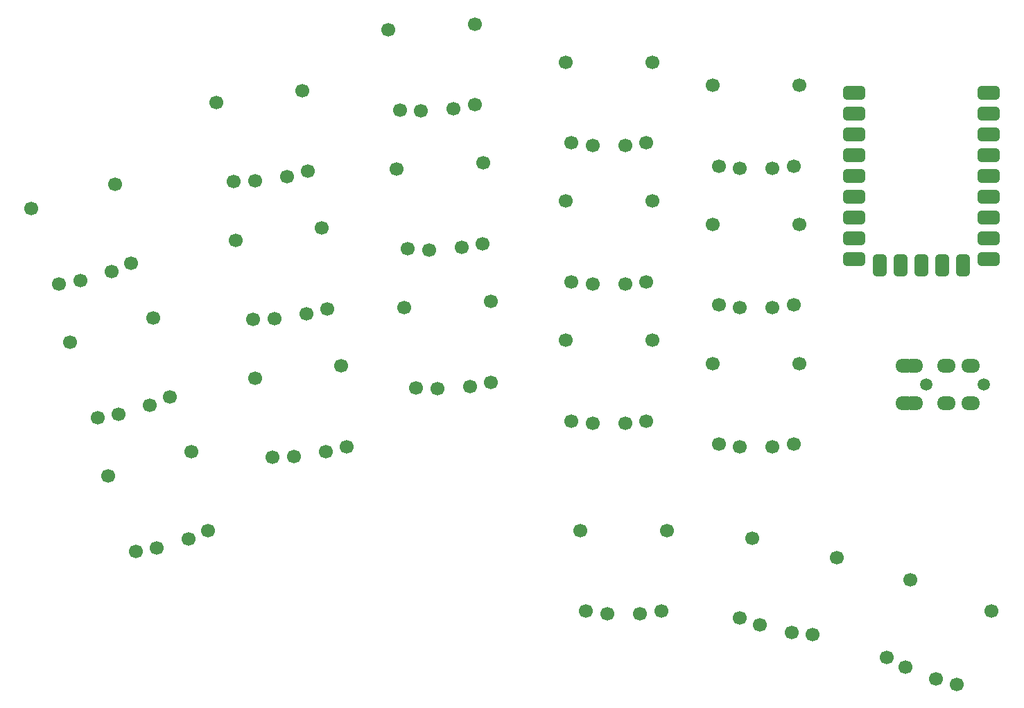
<source format=gbr>
%TF.GenerationSoftware,KiCad,Pcbnew,7.0.2-0*%
%TF.CreationDate,2023-05-15T17:52:50-04:00*%
%TF.ProjectId,mini,6d696e69-2e6b-4696-9361-645f70636258,v1.0.0*%
%TF.SameCoordinates,Original*%
%TF.FileFunction,Soldermask,Bot*%
%TF.FilePolarity,Negative*%
%FSLAX46Y46*%
G04 Gerber Fmt 4.6, Leading zero omitted, Abs format (unit mm)*
G04 Created by KiCad (PCBNEW 7.0.2-0) date 2023-05-15 17:52:50*
%MOMM*%
%LPD*%
G01*
G04 APERTURE LIST*
G04 Aperture macros list*
%AMRoundRect*
0 Rectangle with rounded corners*
0 $1 Rounding radius*
0 $2 $3 $4 $5 $6 $7 $8 $9 X,Y pos of 4 corners*
0 Add a 4 corners polygon primitive as box body*
4,1,4,$2,$3,$4,$5,$6,$7,$8,$9,$2,$3,0*
0 Add four circle primitives for the rounded corners*
1,1,$1+$1,$2,$3*
1,1,$1+$1,$4,$5*
1,1,$1+$1,$6,$7*
1,1,$1+$1,$8,$9*
0 Add four rect primitives between the rounded corners*
20,1,$1+$1,$2,$3,$4,$5,0*
20,1,$1+$1,$4,$5,$6,$7,0*
20,1,$1+$1,$6,$7,$8,$9,0*
20,1,$1+$1,$8,$9,$2,$3,0*%
G04 Aperture macros list end*
%ADD10C,1.700000*%
%ADD11C,1.500000*%
%ADD12O,2.300000X1.700000*%
%ADD13RoundRect,0.450000X-0.900000X-0.400000X0.900000X-0.400000X0.900000X0.400000X-0.900000X0.400000X0*%
%ADD14RoundRect,0.450050X-0.899950X-0.400050X0.899950X-0.400050X0.899950X0.400050X-0.899950X0.400050X0*%
%ADD15RoundRect,0.450000X-0.400000X-0.900000X0.400000X-0.900000X0.400000X0.900000X-0.400000X0.900000X0*%
%ADD16RoundRect,0.443700X-0.393700X-0.906300X0.393700X-0.906300X0.393700X0.906300X-0.393700X0.906300X0*%
G04 APERTURE END LIST*
D10*
%TO.C,S18*%
X188682125Y-119091035D03*
X197233722Y-122373685D03*
X190983252Y-120295698D03*
X194717574Y-121729170D03*
X201435824Y-113435943D03*
X191539871Y-109637243D03*
%TD*%
%TO.C,S7*%
X131195715Y-86137661D03*
X140333401Y-85498692D03*
X133790357Y-86256959D03*
X137780613Y-85977933D03*
X140364546Y-75622461D03*
X129790367Y-76361880D03*
%TD*%
%TO.C,S11*%
X150166600Y-73200400D03*
X159326600Y-73200400D03*
X152746600Y-73500400D03*
X156746600Y-73500400D03*
X160046600Y-63350400D03*
X149446600Y-63350400D03*
%TD*%
%TO.C,S16*%
X151966600Y-113433800D03*
X161126600Y-113433800D03*
X154546600Y-113733800D03*
X158546600Y-113733800D03*
X161846600Y-103583800D03*
X151246600Y-103583800D03*
%TD*%
%TO.C,S4*%
X113662455Y-94603480D03*
X122733311Y-93328654D03*
X116259099Y-94541494D03*
X120220171Y-93984801D03*
X122075449Y-83474309D03*
X111578607Y-84949544D03*
%TD*%
%TO.C,S5*%
X111296555Y-77768880D03*
X120367411Y-76494054D03*
X113893199Y-77706894D03*
X117854271Y-77150201D03*
X119709549Y-66639709D03*
X109212707Y-68114944D03*
%TD*%
%TO.C,S10*%
X150166600Y-90200400D03*
X159326600Y-90200400D03*
X152746600Y-90500400D03*
X156746600Y-90500400D03*
X160046600Y-80350400D03*
X149446600Y-80350400D03*
%TD*%
%TO.C,S6*%
X108930655Y-60934380D03*
X118001511Y-59659554D03*
X111527299Y-60872394D03*
X115488371Y-60315701D03*
X117343649Y-49805209D03*
X106846807Y-51280444D03*
%TD*%
%TO.C,S13*%
X168166600Y-93033800D03*
X177326600Y-93033800D03*
X170746600Y-93333800D03*
X174746600Y-93333800D03*
X178046600Y-83183800D03*
X167446600Y-83183800D03*
%TD*%
%TO.C,S3*%
X87631472Y-73481954D03*
X96436629Y-70957116D03*
X90194218Y-73059188D03*
X94039265Y-71956638D03*
X94413710Y-61290229D03*
X84224336Y-64211985D03*
%TD*%
D11*
%TO.C,TRRS1*%
X200546600Y-85733800D03*
X193546600Y-85733800D03*
D12*
X190846600Y-83433800D03*
X190846600Y-88033800D03*
X191946600Y-83433800D03*
X191946600Y-88033800D03*
X195946600Y-83433800D03*
X195946600Y-88033800D03*
X198946600Y-83433800D03*
X198946600Y-88033800D03*
%TD*%
D10*
%TO.C,S9*%
X129223015Y-52192661D03*
X138360701Y-51553692D03*
X131817657Y-52311959D03*
X135807913Y-52032933D03*
X138391846Y-41677461D03*
X127817667Y-42416880D03*
%TD*%
%TO.C,S1*%
X97003172Y-106164854D03*
X105808329Y-103640016D03*
X99565918Y-105742088D03*
X103410965Y-104639538D03*
X103785410Y-93973129D03*
X93596036Y-96894885D03*
%TD*%
%TO.C,S2*%
X92317372Y-89823454D03*
X101122529Y-87298616D03*
X94880118Y-89400688D03*
X98725165Y-88298138D03*
X99099610Y-77631729D03*
X88910236Y-80553485D03*
%TD*%
D13*
%TO.C,RP2040Zero1*%
X201126600Y-50073800D03*
X201126600Y-50073800D03*
X201126600Y-52613800D03*
X201126600Y-52613800D03*
X201126600Y-55153800D03*
X201126600Y-55153800D03*
X201126600Y-57693800D03*
X201126600Y-57693800D03*
X201126600Y-60233800D03*
X201126600Y-60233800D03*
D14*
X201126600Y-62773800D03*
X201126600Y-62773800D03*
X201126600Y-65313800D03*
X201126600Y-65313800D03*
X201126600Y-67853800D03*
X201126600Y-67853800D03*
X201126600Y-70393800D03*
X201126600Y-70393800D03*
D15*
X197986600Y-71203800D03*
X197986600Y-71203800D03*
D16*
X195446600Y-71203800D03*
X195446600Y-71203800D03*
X192906600Y-71203800D03*
X192906600Y-71203800D03*
X190366600Y-71203800D03*
X190366600Y-71203800D03*
X187826600Y-71203800D03*
X187826600Y-71203800D03*
D14*
X184686600Y-70393800D03*
X184686600Y-70393800D03*
X184686600Y-67853800D03*
X184686600Y-67853800D03*
X184686600Y-65313800D03*
X184686600Y-65313800D03*
X184686600Y-62773800D03*
X184686600Y-62773800D03*
X184686600Y-50073800D03*
X184686600Y-50073800D03*
X184686600Y-52613800D03*
X184686600Y-52613800D03*
X184686600Y-55153800D03*
X184686600Y-55153800D03*
X184686600Y-60233800D03*
X184686600Y-60233800D03*
X184686600Y-57693800D03*
X184686600Y-57693800D03*
%TD*%
D10*
%TO.C,S8*%
X130209315Y-69165161D03*
X139347001Y-68526192D03*
X132803957Y-69284459D03*
X136794213Y-69005433D03*
X139378146Y-58649961D03*
X128803967Y-59389380D03*
%TD*%
%TO.C,S15*%
X168166600Y-59033800D03*
X177326600Y-59033800D03*
X170746600Y-59333800D03*
X174746600Y-59333800D03*
X178046600Y-49183800D03*
X167446600Y-49183800D03*
%TD*%
%TO.C,S12*%
X150166600Y-56200400D03*
X159326600Y-56200400D03*
X152746600Y-56500400D03*
X156746600Y-56500400D03*
X160046600Y-46350400D03*
X149446600Y-46350400D03*
%TD*%
%TO.C,S14*%
X168166600Y-76033800D03*
X177326600Y-76033800D03*
X170746600Y-76333800D03*
X174746600Y-76333800D03*
X178046600Y-66183800D03*
X167446600Y-66183800D03*
%TD*%
%TO.C,S17*%
X170736735Y-114272812D03*
X179661965Y-116333363D03*
X173183124Y-115145496D03*
X177080604Y-116045300D03*
X182579279Y-106897783D03*
X172250956Y-104513302D03*
%TD*%
M02*

</source>
